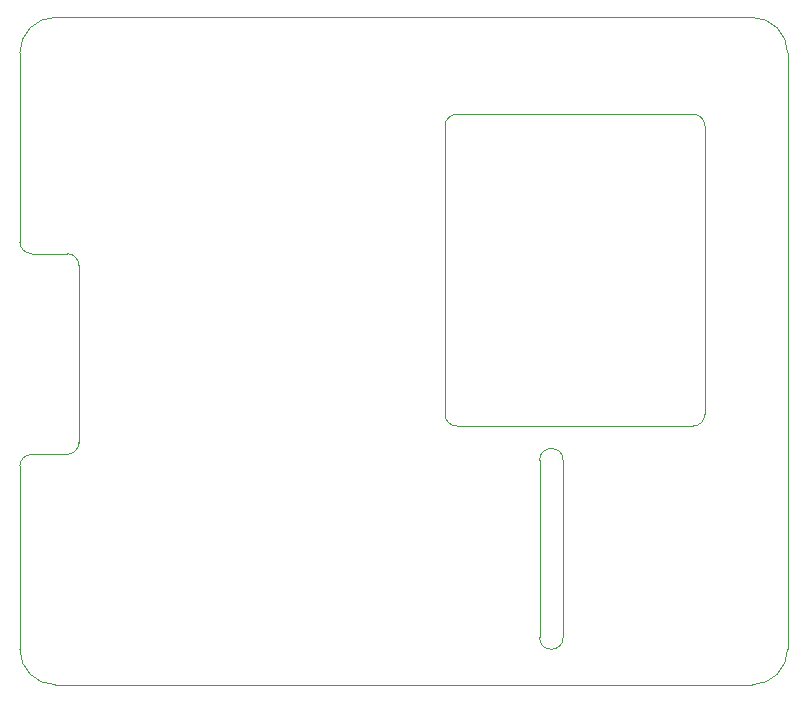
<source format=gm1>
G04*
G04 #@! TF.GenerationSoftware,Altium Limited,Altium Designer,19.1.8 (144)*
G04*
G04 Layer_Color=16711680*
%FSLAX25Y25*%
%MOIN*%
G70*
G01*
G75*
%ADD100C,0.00394*%
D100*
X173228Y15748D02*
G03*
X181102Y15748I3937J0D01*
G01*
Y74803D02*
G03*
X173228Y74803I-3937J0D01*
G01*
X228346Y186221D02*
G03*
X224410Y190157I-3937J0D01*
G01*
X145669D02*
G03*
X141732Y186221I0J-3937D01*
G01*
X141732Y90158D02*
G03*
X145669Y86221I3937J0D01*
G01*
X224410D02*
G03*
X228346Y90158I0J3937D01*
G01*
X0Y11811D02*
G03*
X11811Y0I11811J0D01*
G01*
Y222441D02*
G03*
X0Y210630I0J-11811D01*
G01*
X255906D02*
G03*
X244094Y222441I-11811J0D01*
G01*
Y0D02*
G03*
X255906Y11811I0J11811D01*
G01*
X0Y147638D02*
G03*
X3937Y143701I3937J0D01*
G01*
X19685Y139764D02*
G03*
X15748Y143701I-3937J0D01*
G01*
Y76772D02*
G03*
X19685Y80709I0J3937D01*
G01*
X3937Y76772D02*
G03*
X0Y72835I0J-3937D01*
G01*
X141732Y90158D02*
Y186221D01*
X228346Y90158D02*
Y186221D01*
X181102Y15748D02*
Y74803D01*
X173228Y15748D02*
Y74803D01*
X145669Y190157D02*
X224410Y190157D01*
X145669Y86221D02*
X224410D01*
X3937Y143701D02*
X15748D01*
X19685Y80709D02*
Y139764D01*
X3937Y76772D02*
X15748D01*
X11811Y0D02*
X244094D01*
X255906Y11811D02*
Y86614D01*
X11811Y222441D02*
X244094D01*
X0Y147638D02*
Y210630D01*
Y11811D02*
Y72835D01*
X255906Y190551D02*
Y210630D01*
Y86614D02*
Y190551D01*
M02*

</source>
